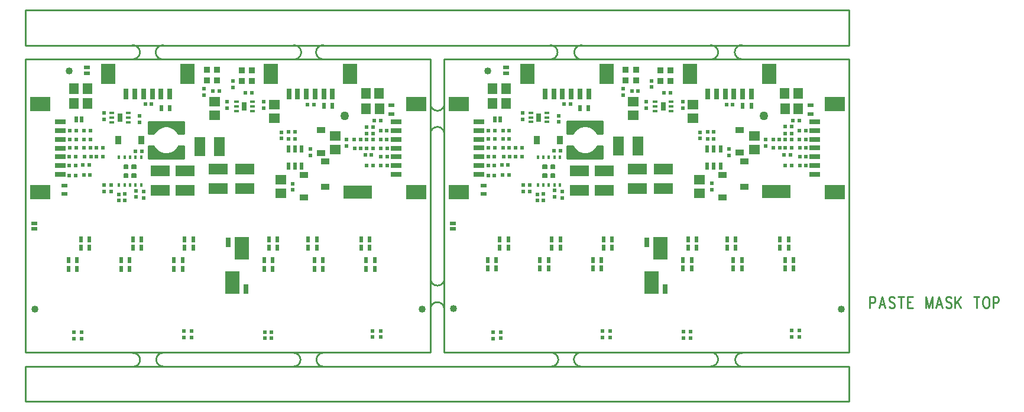
<source format=gbr>
*
%LPD*%
%LN2FOC-PMT*%
%FSLAX24Y24*%
%MOIN*%
%SRX1Y1I0.0J0.0*%
%AD*%
%ADD13C,0.010000*%
%ADD14C,0.006000*%
%ADD25R,0.024000X0.035000*%
%ADD26R,0.035000X0.024000*%
%ADD27C,0.040000*%
%ADD30R,0.021650X0.021650*%
%ADD31R,0.052000X0.060000*%
%ADD32R,0.160000X0.076000*%
%ADD33R,0.032000X0.032000*%
%ADD34R,0.079920X0.125200*%
%ADD35R,0.029920X0.055120*%
%ADD37R,0.060000X0.052000*%
%ADD38R,0.031500X0.011810*%
%ADD39R,0.029530X0.047240*%
%ADD40R,0.106000X0.063000*%
%ADD41R,0.063000X0.106000*%
%ADD42R,0.019690X0.019690*%
%ADD43R,0.048030X0.035830*%
%ADD44R,0.035830X0.048030*%
%ADD45R,0.051180X0.035430*%
%ADD46R,0.015750X0.023620*%
%ADD48R,0.020870X0.041340*%
%ADD49C,0.050000*%
%ADD50R,0.062990X0.027560*%
%ADD51R,0.118110X0.082680*%
%ADD52R,0.027560X0.062990*%
%ADD53R,0.082680X0.118110*%
%ADD56C,0.009130*%
G54D13*
G1X5689Y10087D2*
G1X28523Y10087D1*
G1X28523Y26622D1*
G1X5689Y26622D1*
G1X5689Y10087D1*
G1X11729Y26620D2*
G75*
G3X11730Y27420I17J400D1*
G74*
G1X13453Y27415D2*
G75*
G3X13452Y26615I-17J-400D1*
G74*
G1X20824Y26616D2*
G75*
G3X20825Y27416I17J400D1*
G74*
G1X22490Y27422D2*
G75*
G3X22489Y26622I-17J-400D1*
G74*
G1X11751Y9287D2*
G75*
G3X11752Y10064I16J388D1*
G74*
G1X13473Y10075D2*
G75*
G3X13472Y9296I-16J-390D1*
G74*
G1X20797Y9292D2*
G75*
G3X20797Y10068I15J388D1*
G74*
G1X22505Y10071D2*
G75*
G3X22504Y9292I-16J-390D1*
G74*
G1X29305Y12527D2*
G75*
G3X28529Y12528I-388J16D1*
G74*
G1X28530Y14263D2*
G75*
G3X29309Y14262I390J-16D1*
G74*
G1X5682Y29383D2*
G1X52139Y29383D1*
G1X52139Y27415D1*
G1X5682Y27415D1*
G1X5682Y29383D1*
G1X29304Y10092D2*
G1X52139Y10092D1*
G1X52139Y26627D1*
G1X29304Y26627D1*
G1X29304Y10092D1*
G1X5682Y9304D2*
G1X52139Y9304D1*
G1X52139Y7336D1*
G1X5682Y7336D1*
G1X5682Y9304D1*
G1X29304Y22409D2*
G75*
G3X28528Y22410I-388J16D1*
G74*
G1X28530Y24125D2*
G75*
G3X29309Y24124I390J-16D1*
G74*
G1X37050Y27414D2*
G75*
G3X37049Y26614I-17J-400D1*
G74*
G1X35278Y26617D2*
G75*
G3X35279Y27417I17J400D1*
G74*
G1X44328Y26617D2*
G75*
G3X44329Y27417I17J400D1*
G74*
G1X46098Y27426D2*
G75*
G3X46097Y26626I-17J-400D1*
G74*
G1X46114Y10066D2*
G75*
G3X46114Y9287I-16J-390D1*
G74*
G1X44341Y9311D2*
G75*
G3X44341Y10087I16J388D1*
G74*
G1X37019Y10085D2*
G75*
G3X37018Y9306I-16J-390D1*
G74*
G1X35329Y9303D2*
G75*
G3X35330Y10080I16J388D1*
G74*
G1X11909Y20467D2*
G54D14*
G1X11909Y20650D1*
G1X11707Y20650D1*
G1X11707Y20467D1*
G1X11909Y20467D1*
G1X11909Y19967D2*
G1X11909Y20150D1*
G1X11707Y20150D1*
G1X11707Y19967D1*
G1X11909Y19967D1*
G1X11459Y20467D2*
G1X11459Y20650D1*
G1X11257Y20650D1*
G1X11257Y20467D1*
G1X11459Y20467D1*
G1X11459Y19967D2*
G1X11459Y20150D1*
G1X11257Y20150D1*
G1X11257Y19967D1*
G1X11459Y19967D1*
G1X11756Y20467D2*
G1X11909Y20619D1*
G1X11833Y20467D2*
G1X11909Y20543D1*
G1X11707Y20494D2*
G1X11864Y20650D1*
G1X11707Y20570D2*
G1X11787Y20650D1*
G1X11707Y20647D2*
G1X11711Y20650D1*
G1X11756Y19967D2*
G1X11909Y20119D1*
G1X11833Y19967D2*
G1X11909Y20043D1*
G1X11707Y19994D2*
G1X11864Y20150D1*
G1X11707Y20070D2*
G1X11787Y20150D1*
G1X11707Y20147D2*
G1X11711Y20150D1*
G1X11306Y20467D2*
G1X11459Y20619D1*
G1X11383Y20467D2*
G1X11459Y20543D1*
G1X11257Y20494D2*
G1X11414Y20650D1*
G1X11257Y20570D2*
G1X11337Y20650D1*
G1X11257Y20647D2*
G1X11261Y20650D1*
G1X11306Y19967D2*
G1X11459Y20119D1*
G1X11383Y19967D2*
G1X11459Y20043D1*
G1X11257Y19994D2*
G1X11414Y20150D1*
G1X11257Y20070D2*
G1X11337Y20150D1*
G1X11257Y20147D2*
G1X11261Y20150D1*
G54D25*
G1X8858Y23236D3*
G1X8543Y23236D3*
G1X8606Y14811D3*
G1X8126Y14811D3*
G1X11559Y14811D3*
G1X11079Y14811D3*
G1X14551Y15284D3*
G1X14071Y15284D3*
G1X8819Y15992D3*
G1X9299Y15992D3*
G1X11748Y16473D3*
G1X12228Y16473D3*
G1X14661Y16473D3*
G1X15141Y16473D3*
G1X14661Y15992D3*
G1X15141Y15992D3*
G1X8606Y15284D3*
G1X8126Y15284D3*
G1X11559Y15284D3*
G1X11079Y15284D3*
G1X14551Y14811D3*
G1X14071Y14811D3*
G1X8819Y16473D3*
G1X9299Y16473D3*
G1X11748Y15992D3*
G1X12228Y15992D3*
G1X19629Y14811D3*
G1X19149Y14811D3*
G1X22464Y14811D3*
G1X21984Y14811D3*
G1X25378Y14811D3*
G1X24898Y14811D3*
G1X19425Y16465D3*
G1X19905Y16465D3*
G1X21630Y16465D3*
G1X22110Y16465D3*
G1X24622Y16465D3*
G1X25102Y16465D3*
G1X19425Y15992D3*
G1X19905Y15992D3*
G1X19629Y15284D3*
G1X19149Y15284D3*
G1X22464Y15284D3*
G1X21984Y15284D3*
G1X21630Y15992D3*
G1X22110Y15992D3*
G1X25378Y15284D3*
G1X24898Y15284D3*
G1X24622Y15992D3*
G1X25102Y15992D3*
G1X22996Y23984D3*
G1X22516Y23984D3*
G1X13822Y23866D3*
G1X13342Y23866D3*
G54D26*
G1X6181Y17055D3*
G1X6181Y17370D3*
G1X7893Y19500D3*
G1X7893Y19020D3*
G1X26338Y23538D3*
G1X26338Y24018D3*
G1X9173Y26150D3*
G1X9173Y25835D3*
G54D27*
G1X8149Y25953D3*
G1X28071Y12528D3*
G1X6220Y12547D3*
G54D30*
G1X9350Y22587D3*
G1X8996Y22587D3*
G1X9350Y21622D3*
G1X8996Y21622D3*
G1X9389Y21130D3*
G1X9035Y21130D3*
G1X9330Y20087D3*
G1X8976Y20087D3*
G1X8543Y22114D3*
G1X8189Y22114D3*
G1X8543Y21622D3*
G1X8189Y21622D3*
G1X8523Y21130D3*
G1X8169Y21130D3*
G1X8523Y20618D3*
G1X8169Y20618D3*
G1X9291Y20658D3*
G1X8937Y20658D3*
G1X9350Y22114D3*
G1X8996Y22114D3*
G1X8189Y22587D3*
G1X8543Y22587D3*
G1X8169Y20067D3*
G1X8523Y20067D3*
G1X24921Y22440D3*
G1X25275Y22440D3*
G1X24842Y21239D3*
G1X25197Y21239D3*
G1X26082Y20629D3*
G1X25728Y20629D3*
G1X24921Y22814D3*
G1X25275Y22814D3*
G1X9704Y21622D3*
G1X10059Y21622D3*
G1X24586Y22105D3*
G1X24232Y22105D3*
G1X25708Y22597D3*
G1X26063Y22597D3*
G1X25728Y21121D3*
G1X26082Y21121D3*
G1X25728Y21613D3*
G1X26082Y21613D3*
G1X25708Y22105D3*
G1X26063Y22105D3*
G1X25275Y20629D3*
G1X24921Y20629D3*
G1X25275Y21613D3*
G1X24921Y21613D3*
G1X25275Y22105D3*
G1X24921Y22105D3*
G1X25708Y23168D3*
G1X25354Y23168D3*
G1X9704Y21130D3*
G1X10059Y21130D3*
G1X24606Y21613D3*
G1X24252Y21613D3*
G1X17067Y23866D3*
G1X17067Y24221D3*
G1X17382Y25402D3*
G1X17382Y25047D3*
G1X18090Y24723D3*
G1X18445Y24723D3*
G1X15767Y24949D3*
G1X15767Y24595D3*
G1X16614Y24831D3*
G1X16260Y24831D3*
G1X12795Y24083D3*
G1X12441Y24083D3*
G1X21949Y24063D3*
G1X21594Y24063D3*
G1X14622Y11295D3*
G1X14622Y10941D3*
G1X8862Y10878D3*
G1X8862Y11232D3*
G1X15055Y10941D3*
G1X15055Y11295D3*
G1X23799Y22095D3*
G1X23799Y21740D3*
G1X20767Y19260D3*
G1X20767Y19614D3*
G1X25267Y11311D3*
G1X25267Y10957D3*
G1X19185Y11248D3*
G1X19185Y10894D3*
G1X25720Y10957D3*
G1X25720Y11311D3*
G1X19559Y10894D3*
G1X19559Y11248D3*
G1X19134Y23866D3*
G1X19134Y24221D3*
G1X12126Y23433D3*
G1X12126Y23079D3*
G1X10118Y23236D3*
G1X10118Y23591D3*
G1X11279Y18669D3*
G1X11279Y19024D3*
G1X12244Y21445D3*
G1X11889Y21445D3*
G1X11913Y19213D3*
G1X11913Y18858D3*
G1X10945Y18650D3*
G1X10945Y19004D3*
G1X10138Y19516D3*
G1X10138Y19162D3*
G1X10512Y19516D3*
G1X10512Y19162D3*
G1X12342Y19162D3*
G1X12342Y18807D3*
G1X21752Y21209D3*
G1X21752Y21563D3*
G1X8433Y11229D3*
G1X8433Y10874D3*
G1X20531Y22528D3*
G1X20886Y22528D3*
G1X20118Y22154D3*
G1X20118Y22508D3*
G1X20531Y22134D3*
G1X20886Y22134D3*
G54D31*
G1X8419Y24122D3*
G1X9179Y24122D3*
G1X25636Y24684D3*
G1X24876Y24684D3*
G1X25655Y23837D3*
G1X24895Y23837D3*
G1X8419Y24969D3*
G1X9179Y24969D3*
G54D32*
G1X24409Y19146D3*
G54D33*
G1X18445Y25997D3*
G1X18445Y25397D3*
G1X17874Y25397D3*
G1X17874Y25997D3*
G1X16496Y26036D3*
G1X16496Y25436D3*
G1X15925Y25436D3*
G1X15925Y26036D3*
G54D34*
G1X17371Y14018D3*
G1X17891Y15958D3*
G54D35*
G1X18140Y13666D3*
G1X17121Y16310D3*
G54D37*
G1X16358Y23467D3*
G1X16358Y24227D3*
G1X19724Y23309D3*
G1X19724Y24069D3*
G1X20078Y19057D3*
G1X20078Y19817D3*
G1X23169Y22297D3*
G1X23169Y21537D3*
G54D38*
G1X17578Y24221D3*
G1X17578Y23965D3*
G1X17578Y23709D3*
G1X18484Y23709D3*
G1X18484Y23965D3*
G1X18484Y24221D3*
G1X10571Y23591D3*
G1X10571Y23335D3*
G1X10571Y23079D3*
G1X11476Y23079D3*
G1X11476Y23335D3*
G1X11476Y23591D3*
G54D39*
G1X18031Y23965D3*
G1X11023Y23335D3*
G54D40*
G1X13307Y20341D3*
G1X13307Y19241D3*
G1X18043Y19340D3*
G1X18043Y20440D3*
G1X16567Y19320D3*
G1X16567Y20420D3*
G1X14704Y19241D3*
G1X14704Y20341D3*
G54D41*
G1X15513Y21711D3*
G1X16613Y21711D3*
G54D42*
G1X13622Y21169D3*
G1X13622Y22980D3*
G54D43*
G1X21378Y18817D3*
G1X21378Y20105D3*
G1X22342Y21347D3*
G1X22342Y22634D3*
G54D44*
G1X10925Y22075D3*
G1X12212Y22075D3*
G54D45*
G1X22598Y19437D3*
G1X22598Y20854D3*
G54D46*
G1X12218Y21099D3*
G1X11903Y21099D3*
G1X11588Y21099D3*
G1X11274Y21099D3*
G1X10959Y21099D3*
G1X10959Y19524D3*
G1X11274Y19524D3*
G1X11588Y19524D3*
G1X11903Y19524D3*
G1X12218Y19524D3*
G54D48*
G1X21260Y21573D3*
G1X20886Y21573D3*
G1X20512Y21573D3*
G1X20512Y20608D3*
G1X20886Y20608D3*
G1X21260Y20608D3*
G54D49*
G1X23700Y23424D3*
G54D50*
G1X26575Y20136D3*
G1X26575Y20628D3*
G1X26575Y21120D3*
G1X26575Y21612D3*
G1X26575Y22104D3*
G1X26575Y22597D3*
G1X26575Y23089D3*
G1X7657Y23089D3*
G1X7657Y22597D3*
G1X7657Y22104D3*
G1X7657Y21612D3*
G1X7657Y21120D3*
G1X7657Y20628D3*
G1X7657Y20136D3*
G54D51*
G1X27716Y24093D3*
G1X27716Y19132D3*
G1X6515Y19132D3*
G1X6515Y24093D3*
G54D52*
G1X13828Y24654D3*
G1X13336Y24654D3*
G1X12844Y24654D3*
G1X12352Y24654D3*
G1X11860Y24654D3*
G1X11368Y24654D3*
G1X23002Y24654D3*
G1X22510Y24654D3*
G1X22017Y24654D3*
G1X21525Y24654D3*
G1X21033Y24654D3*
G1X20541Y24654D3*
G54D53*
G1X14832Y25795D3*
G1X10364Y25795D3*
G1X24006Y25795D3*
G1X19537Y25795D3*
G1X12624Y21038D2*
G54D56*
G1X14619Y21038D1*
G1X14619Y21734D1*
G1X14317Y21734D1*
G1X14312Y21719D1*
G1X14273Y21644D1*
G1X14164Y21512D1*
G1X14028Y21408D1*
G1X13874Y21336D1*
G1X13707Y21299D1*
G1X13536Y21299D1*
G1X13370Y21336D1*
G1X13215Y21408D1*
G1X13080Y21512D1*
G1X12971Y21644D1*
G1X12932Y21719D1*
G1X12927Y21734D1*
G1X12624Y21734D1*
G1X12624Y21038D1*
G1X12663Y21038D2*
G1X12663Y21734D1*
G1X12709Y21038D2*
G1X12709Y21734D1*
G1X12754Y21038D2*
G1X12754Y21734D1*
G1X12800Y21038D2*
G1X12800Y21734D1*
G1X12846Y21038D2*
G1X12846Y21734D1*
G1X12891Y21038D2*
G1X12891Y21734D1*
G1X12937Y21038D2*
G1X12937Y21709D1*
G1X12983Y21038D2*
G1X12983Y21629D1*
G1X13028Y21038D2*
G1X13028Y21574D1*
G1X13074Y21038D2*
G1X13074Y21520D1*
G1X13120Y21038D2*
G1X13120Y21482D1*
G1X13165Y21038D2*
G1X13165Y21447D1*
G1X13211Y21038D2*
G1X13211Y21411D1*
G1X13257Y21038D2*
G1X13257Y21389D1*
G1X13302Y21038D2*
G1X13302Y21367D1*
G1X13348Y21038D2*
G1X13348Y21346D1*
G1X13394Y21038D2*
G1X13394Y21330D1*
G1X13439Y21038D2*
G1X13439Y21320D1*
G1X13485Y21038D2*
G1X13485Y21310D1*
G1X13530Y21038D2*
G1X13530Y21300D1*
G1X13576Y21038D2*
G1X13576Y21299D1*
G1X13622Y21038D2*
G1X13622Y21299D1*
G1X13667Y21038D2*
G1X13667Y21299D1*
G1X13713Y21038D2*
G1X13713Y21300D1*
G1X13759Y21038D2*
G1X13759Y21310D1*
G1X13804Y21038D2*
G1X13804Y21320D1*
G1X13850Y21038D2*
G1X13850Y21330D1*
G1X13896Y21038D2*
G1X13896Y21346D1*
G1X13941Y21038D2*
G1X13941Y21367D1*
G1X13987Y21038D2*
G1X13987Y21389D1*
G1X14033Y21038D2*
G1X14033Y21411D1*
G1X14078Y21038D2*
G1X14078Y21447D1*
G1X14124Y21038D2*
G1X14124Y21482D1*
G1X14170Y21038D2*
G1X14170Y21520D1*
G1X14215Y21038D2*
G1X14215Y21574D1*
G1X14261Y21038D2*
G1X14261Y21629D1*
G1X14307Y21038D2*
G1X14307Y21709D1*
G1X14352Y21038D2*
G1X14352Y21734D1*
G1X14398Y21038D2*
G1X14398Y21734D1*
G1X14443Y21038D2*
G1X14443Y21734D1*
G1X14489Y21038D2*
G1X14489Y21734D1*
G1X14535Y21038D2*
G1X14535Y21734D1*
G1X14580Y21038D2*
G1X14580Y21734D1*
G1X12624Y22416D2*
G1X12927Y22416D1*
G1X12932Y22430D1*
G1X12971Y22506D1*
G1X13080Y22638D1*
G1X13215Y22742D1*
G1X13370Y22814D1*
G1X13536Y22851D1*
G1X13707Y22851D1*
G1X13874Y22814D1*
G1X14028Y22742D1*
G1X14164Y22638D1*
G1X14273Y22506D1*
G1X14312Y22430D1*
G1X14317Y22416D1*
G1X14619Y22416D1*
G1X14619Y23112D1*
G1X12624Y23112D1*
G1X12624Y22416D1*
G1X12663Y22416D2*
G1X12663Y23112D1*
G1X12709Y22416D2*
G1X12709Y23112D1*
G1X12754Y22416D2*
G1X12754Y23112D1*
G1X12800Y22416D2*
G1X12800Y23112D1*
G1X12846Y22416D2*
G1X12846Y23112D1*
G1X12891Y22416D2*
G1X12891Y23112D1*
G1X12937Y22441D2*
G1X12937Y23112D1*
G1X12983Y22521D2*
G1X12983Y23112D1*
G1X13028Y22576D2*
G1X13028Y23112D1*
G1X13074Y22630D2*
G1X13074Y23112D1*
G1X13120Y22668D2*
G1X13120Y23112D1*
G1X13165Y22703D2*
G1X13165Y23112D1*
G1X13211Y22739D2*
G1X13211Y23112D1*
G1X13257Y22761D2*
G1X13257Y23112D1*
G1X13302Y22783D2*
G1X13302Y23112D1*
G1X13348Y22804D2*
G1X13348Y23112D1*
G1X13394Y22820D2*
G1X13394Y23112D1*
G1X13439Y22830D2*
G1X13439Y23112D1*
G1X13485Y22840D2*
G1X13485Y23112D1*
G1X13530Y22850D2*
G1X13530Y23112D1*
G1X13576Y22851D2*
G1X13576Y23112D1*
G1X13622Y22851D2*
G1X13622Y23112D1*
G1X13667Y22851D2*
G1X13667Y23112D1*
G1X13713Y22850D2*
G1X13713Y23112D1*
G1X13759Y22840D2*
G1X13759Y23112D1*
G1X13804Y22830D2*
G1X13804Y23112D1*
G1X13850Y22820D2*
G1X13850Y23112D1*
G1X13896Y22804D2*
G1X13896Y23112D1*
G1X13941Y22783D2*
G1X13941Y23112D1*
G1X13987Y22761D2*
G1X13987Y23112D1*
G1X14033Y22739D2*
G1X14033Y23112D1*
G1X14078Y22703D2*
G1X14078Y23112D1*
G1X14124Y22668D2*
G1X14124Y23112D1*
G1X14170Y22630D2*
G1X14170Y23112D1*
G1X14215Y22576D2*
G1X14215Y23112D1*
G1X14261Y22521D2*
G1X14261Y23112D1*
G1X14307Y22441D2*
G1X14307Y23112D1*
G1X14352Y22416D2*
G1X14352Y23112D1*
G1X14398Y22416D2*
G1X14398Y23112D1*
G1X14443Y22416D2*
G1X14443Y23112D1*
G1X14489Y22416D2*
G1X14489Y23112D1*
G1X14535Y22416D2*
G1X14535Y23112D1*
G1X14580Y22416D2*
G1X14580Y23112D1*
G1X53287Y13243D2*
G54D13*
G1X53287Y12587D1*
G1X53287Y13243D2*
G1X53491Y13243D1*
G1X53559Y13212D1*
G1X53582Y13181D1*
G1X53605Y13118D1*
G1X53605Y13024D1*
G1X53582Y12962D1*
G1X53559Y12931D1*
G1X53491Y12899D1*
G1X53287Y12899D1*
G1X53991Y13243D2*
G1X53809Y12587D1*
G1X53991Y13243D2*
G1X54173Y12587D1*
G1X53878Y12806D2*
G1X54105Y12806D1*
G1X54696Y13149D2*
G1X54650Y13212D1*
G1X54582Y13243D1*
G1X54491Y13243D1*
G1X54423Y13212D1*
G1X54378Y13149D1*
G1X54378Y13087D1*
G1X54400Y13024D1*
G1X54423Y12993D1*
G1X54469Y12962D1*
G1X54605Y12899D1*
G1X54650Y12868D1*
G1X54673Y12837D1*
G1X54696Y12774D1*
G1X54696Y12681D1*
G1X54650Y12618D1*
G1X54582Y12587D1*
G1X54491Y12587D1*
G1X54423Y12618D1*
G1X54378Y12681D1*
G1X55059Y13243D2*
G1X55059Y12587D1*
G1X54900Y13243D2*
G1X55219Y13243D1*
G1X55423Y13243D2*
G1X55423Y12587D1*
G1X55423Y13243D2*
G1X55719Y13243D1*
G1X55423Y12931D2*
G1X55605Y12931D1*
G1X55423Y12587D2*
G1X55719Y12587D1*
G1X56446Y13243D2*
G1X56446Y12587D1*
G1X56446Y13243D2*
G1X56628Y12587D1*
G1X56809Y13243D1*
G1X56809Y12587D1*
G1X57196Y13243D2*
G1X57014Y12587D1*
G1X57196Y13243D2*
G1X57378Y12587D1*
G1X57082Y12806D2*
G1X57309Y12806D1*
G1X57900Y13149D2*
G1X57855Y13212D1*
G1X57787Y13243D1*
G1X57696Y13243D1*
G1X57628Y13212D1*
G1X57582Y13149D1*
G1X57582Y13087D1*
G1X57605Y13024D1*
G1X57628Y12993D1*
G1X57673Y12962D1*
G1X57809Y12899D1*
G1X57855Y12868D1*
G1X57878Y12837D1*
G1X57900Y12774D1*
G1X57900Y12681D1*
G1X57855Y12618D1*
G1X57787Y12587D1*
G1X57696Y12587D1*
G1X57628Y12618D1*
G1X57582Y12681D1*
G1X58105Y13243D2*
G1X58105Y12587D1*
G1X58423Y13243D2*
G1X58105Y12806D1*
G1X58219Y12962D2*
G1X58423Y12587D1*
G1X59309Y13243D2*
G1X59309Y12587D1*
G1X59150Y13243D2*
G1X59469Y13243D1*
G1X59809Y13243D2*
G1X59764Y13212D1*
G1X59719Y13149D1*
G1X59696Y13087D1*
G1X59673Y12993D1*
G1X59673Y12837D1*
G1X59696Y12743D1*
G1X59719Y12681D1*
G1X59764Y12618D1*
G1X59809Y12587D1*
G1X59900Y12587D1*
G1X59946Y12618D1*
G1X59991Y12681D1*
G1X60014Y12743D1*
G1X60037Y12837D1*
G1X60037Y12993D1*
G1X60014Y13087D1*
G1X59991Y13149D1*
G1X59946Y13212D1*
G1X59900Y13243D1*
G1X59809Y13243D1*
G1X60241Y13243D2*
G1X60241Y12587D1*
G1X60241Y13243D2*
G1X60446Y13243D1*
G1X60514Y13212D1*
G1X60537Y13181D1*
G1X60559Y13118D1*
G1X60559Y13024D1*
G1X60537Y12962D1*
G1X60514Y12931D1*
G1X60446Y12899D1*
G1X60241Y12899D1*
G1X29304Y10092D2*
G1X52139Y10092D1*
G1X52139Y26628D1*
G1X29304Y26628D1*
G1X29304Y10092D1*
G1X35524Y20472D2*
G54D14*
G1X35524Y20656D1*
G1X35322Y20656D1*
G1X35322Y20472D1*
G1X35524Y20472D1*
G1X35524Y19972D2*
G1X35524Y20156D1*
G1X35322Y20156D1*
G1X35322Y19972D1*
G1X35524Y19972D1*
G1X35074Y20472D2*
G1X35074Y20656D1*
G1X34872Y20656D1*
G1X34872Y20472D1*
G1X35074Y20472D1*
G1X35074Y19972D2*
G1X35074Y20156D1*
G1X34872Y20156D1*
G1X34872Y19972D1*
G1X35074Y19972D1*
G1X35372Y20472D2*
G1X35524Y20625D1*
G1X35448Y20472D2*
G1X35524Y20548D1*
G1X35322Y20499D2*
G1X35479Y20656D1*
G1X35322Y20576D2*
G1X35403Y20656D1*
G1X35322Y20652D2*
G1X35326Y20656D1*
G1X35372Y19972D2*
G1X35524Y20125D1*
G1X35448Y19972D2*
G1X35524Y20048D1*
G1X35322Y19999D2*
G1X35479Y20156D1*
G1X35322Y20076D2*
G1X35403Y20156D1*
G1X35322Y20152D2*
G1X35326Y20156D1*
G1X34922Y20472D2*
G1X35074Y20625D1*
G1X34998Y20472D2*
G1X35074Y20548D1*
G1X34872Y20499D2*
G1X35029Y20656D1*
G1X34872Y20576D2*
G1X34953Y20656D1*
G1X34872Y20652D2*
G1X34876Y20656D1*
G1X34922Y19972D2*
G1X35074Y20125D1*
G1X34998Y19972D2*
G1X35074Y20048D1*
G1X34872Y19999D2*
G1X35029Y20156D1*
G1X34872Y20076D2*
G1X34953Y20156D1*
G1X34872Y20152D2*
G1X34876Y20156D1*
G54D25*
G1X32473Y23242D3*
G1X32158Y23242D3*
G1X32221Y14817D3*
G1X31741Y14817D3*
G1X35174Y14817D3*
G1X34694Y14817D3*
G1X38166Y15289D3*
G1X37686Y15289D3*
G1X32434Y15998D3*
G1X32914Y15998D3*
G1X35363Y16478D3*
G1X35843Y16478D3*
G1X38277Y16478D3*
G1X38757Y16478D3*
G1X38277Y15998D3*
G1X38757Y15998D3*
G1X32221Y15289D3*
G1X31741Y15289D3*
G1X35174Y15289D3*
G1X34694Y15289D3*
G1X38166Y14817D3*
G1X37686Y14817D3*
G1X32434Y16478D3*
G1X32914Y16478D3*
G1X35363Y15998D3*
G1X35843Y15998D3*
G1X43245Y14817D3*
G1X42765Y14817D3*
G1X46080Y14817D3*
G1X45600Y14817D3*
G1X48993Y14817D3*
G1X48513Y14817D3*
G1X43041Y16470D3*
G1X43521Y16470D3*
G1X45245Y16470D3*
G1X45725Y16470D3*
G1X48237Y16470D3*
G1X48717Y16470D3*
G1X43041Y15998D3*
G1X43521Y15998D3*
G1X43245Y15289D3*
G1X42765Y15289D3*
G1X46080Y15289D3*
G1X45600Y15289D3*
G1X45245Y15998D3*
G1X45725Y15998D3*
G1X48993Y15289D3*
G1X48513Y15289D3*
G1X48237Y15998D3*
G1X48717Y15998D3*
G1X46611Y23990D3*
G1X46131Y23990D3*
G1X37438Y23872D3*
G1X36958Y23872D3*
G54D26*
G1X29796Y17061D3*
G1X29796Y17376D3*
G1X31509Y19505D3*
G1X31509Y19025D3*
G1X49954Y23544D3*
G1X49954Y24024D3*
G1X32788Y26155D3*
G1X32788Y25840D3*
G54D27*
G1X31765Y25958D3*
G1X51686Y12533D3*
G1X29836Y12553D3*
G54D30*
G1X32966Y22592D3*
G1X32611Y22592D3*
G1X32966Y21628D3*
G1X32611Y21628D3*
G1X33005Y21135D3*
G1X32651Y21135D3*
G1X32946Y20092D3*
G1X32592Y20092D3*
G1X32159Y22120D3*
G1X31804Y22120D3*
G1X32159Y21628D3*
G1X31804Y21628D3*
G1X32139Y21135D3*
G1X31785Y21135D3*
G1X32139Y20624D3*
G1X31785Y20624D3*
G1X32907Y20663D3*
G1X32552Y20663D3*
G1X32966Y22120D3*
G1X32611Y22120D3*
G1X31804Y22592D3*
G1X32159Y22592D3*
G1X31785Y20072D3*
G1X32139Y20072D3*
G1X48536Y22445D3*
G1X48891Y22445D3*
G1X48458Y21244D3*
G1X48812Y21244D3*
G1X49698Y20634D3*
G1X49344Y20634D3*
G1X48536Y22819D3*
G1X48891Y22819D3*
G1X33320Y21628D3*
G1X33674Y21628D3*
G1X48202Y22110D3*
G1X47847Y22110D3*
G1X49324Y22602D3*
G1X49678Y22602D3*
G1X49344Y21126D3*
G1X49698Y21126D3*
G1X49344Y21618D3*
G1X49698Y21618D3*
G1X49324Y22110D3*
G1X49678Y22110D3*
G1X48891Y20634D3*
G1X48536Y20634D3*
G1X48891Y21618D3*
G1X48536Y21618D3*
G1X48891Y22110D3*
G1X48536Y22110D3*
G1X49324Y23173D3*
G1X48970Y23173D3*
G1X33320Y21135D3*
G1X33674Y21135D3*
G1X48222Y21618D3*
G1X47867Y21618D3*
G1X40682Y23872D3*
G1X40682Y24226D3*
G1X40997Y25407D3*
G1X40997Y25053D3*
G1X41706Y24728D3*
G1X42060Y24728D3*
G1X39383Y24954D3*
G1X39383Y24600D3*
G1X40229Y24836D3*
G1X39875Y24836D3*
G1X36410Y24088D3*
G1X36056Y24088D3*
G1X45564Y24069D3*
G1X45210Y24069D3*
G1X38237Y11301D3*
G1X38237Y10947D3*
G1X32477Y10884D3*
G1X32477Y11238D3*
G1X38670Y10947D3*
G1X38670Y11301D3*
G1X47414Y22100D3*
G1X47414Y21746D3*
G1X44383Y19265D3*
G1X44383Y19620D3*
G1X48883Y11317D3*
G1X48883Y10962D3*
G1X42800Y11254D3*
G1X42800Y10899D3*
G1X49336Y10962D3*
G1X49336Y11317D3*
G1X43174Y10899D3*
G1X43174Y11254D3*
G1X42749Y23872D3*
G1X42749Y24226D3*
G1X35741Y23439D3*
G1X35741Y23084D3*
G1X33733Y23242D3*
G1X33733Y23596D3*
G1X34895Y18675D3*
G1X34895Y19029D3*
G1X35859Y21450D3*
G1X35505Y21450D3*
G1X35529Y19218D3*
G1X35529Y18864D3*
G1X34560Y18655D3*
G1X34560Y19009D3*
G1X33753Y19521D3*
G1X33753Y19167D3*
G1X34127Y19521D3*
G1X34127Y19167D3*
G1X35958Y19167D3*
G1X35958Y18813D3*
G1X45367Y21214D3*
G1X45367Y21569D3*
G1X32048Y11234D3*
G1X32048Y10880D3*
G1X44147Y22533D3*
G1X44501Y22533D3*
G1X43733Y22159D3*
G1X43733Y22513D3*
G1X44147Y22139D3*
G1X44501Y22139D3*
G54D31*
G1X32034Y24128D3*
G1X32794Y24128D3*
G1X49251Y24689D3*
G1X48491Y24689D3*
G1X49271Y23843D3*
G1X48511Y23843D3*
G1X32034Y24974D3*
G1X32794Y24974D3*
G54D32*
G1X48025Y19151D3*
G54D33*
G1X42060Y26002D3*
G1X42060Y25402D3*
G1X41489Y25402D3*
G1X41489Y26002D3*
G1X40111Y26042D3*
G1X40111Y25442D3*
G1X39540Y25442D3*
G1X39540Y26042D3*
G54D34*
G1X40986Y14024D3*
G1X41507Y15963D3*
G54D35*
G1X41756Y13671D3*
G1X40736Y16315D3*
G54D37*
G1X39973Y23472D3*
G1X39973Y24232D3*
G1X43340Y23315D3*
G1X43340Y24075D3*
G1X43694Y19063D3*
G1X43694Y19823D3*
G1X46785Y22303D3*
G1X46785Y21543D3*
G54D38*
G1X41194Y24226D3*
G1X41194Y23970D3*
G1X41194Y23714D3*
G1X42099Y23714D3*
G1X42099Y23970D3*
G1X42099Y24226D3*
G1X34186Y23596D3*
G1X34186Y23340D3*
G1X34186Y23084D3*
G1X35092Y23084D3*
G1X35092Y23340D3*
G1X35092Y23596D3*
G54D39*
G1X41647Y23970D3*
G1X34639Y23340D3*
G54D40*
G1X36922Y20347D3*
G1X36922Y19247D3*
G1X41659Y19345D3*
G1X41659Y20445D3*
G1X40182Y19326D3*
G1X40182Y20426D3*
G1X38320Y19247D3*
G1X38320Y20347D3*
G54D41*
G1X39128Y21717D3*
G1X40228Y21717D3*
G54D42*
G1X37237Y21175D3*
G1X37237Y22986D3*
G54D43*
G1X44993Y18823D3*
G1X44993Y20110D3*
G1X45958Y21352D3*
G1X45958Y22639D3*
G54D44*
G1X34540Y22080D3*
G1X35828Y22080D3*
G54D45*
G1X46214Y19443D3*
G1X46214Y20860D3*
G54D46*
G1X35834Y21104D3*
G1X35519Y21104D3*
G1X35204Y21104D3*
G1X34889Y21104D3*
G1X34574Y21104D3*
G1X34574Y19529D3*
G1X34889Y19529D3*
G1X35204Y19529D3*
G1X35519Y19529D3*
G1X35834Y19529D3*
G54D48*
G1X44875Y21578D3*
G1X44501Y21578D3*
G1X44127Y21578D3*
G1X44127Y20614D3*
G1X44501Y20614D3*
G1X44875Y20614D3*
G54D49*
G1X47316Y23429D3*
G54D50*
G1X50190Y20141D3*
G1X50190Y20634D3*
G1X50190Y21126D3*
G1X50190Y21618D3*
G1X50190Y22110D3*
G1X50190Y22602D3*
G1X50190Y23094D3*
G1X31273Y23094D3*
G1X31273Y22602D3*
G1X31273Y22110D3*
G1X31273Y21618D3*
G1X31273Y21126D3*
G1X31273Y20634D3*
G1X31273Y20141D3*
G54D51*
G1X51332Y24098D3*
G1X51332Y19137D3*
G1X30131Y19137D3*
G1X30131Y24098D3*
G54D52*
G1X37444Y24659D3*
G1X36952Y24659D3*
G1X36460Y24659D3*
G1X35968Y24659D3*
G1X35475Y24659D3*
G1X34983Y24659D3*
G1X46617Y24659D3*
G1X46125Y24659D3*
G1X45633Y24659D3*
G1X45141Y24659D3*
G1X44649Y24659D3*
G1X44157Y24659D3*
G54D53*
G1X38448Y25801D3*
G1X33979Y25801D3*
G1X47621Y25801D3*
G1X43153Y25801D3*
G1X36240Y21043D2*
G54D56*
G1X38235Y21043D1*
G1X38235Y21739D1*
G1X37932Y21739D1*
G1X37927Y21725D1*
G1X37888Y21649D1*
G1X37779Y21518D1*
G1X37644Y21414D1*
G1X37489Y21341D1*
G1X37323Y21304D1*
G1X37152Y21304D1*
G1X36985Y21341D1*
G1X36831Y21414D1*
G1X36695Y21518D1*
G1X36586Y21649D1*
G1X36547Y21725D1*
G1X36542Y21739D1*
G1X36240Y21739D1*
G1X36240Y21043D1*
G1X36279Y21043D2*
G1X36279Y21739D1*
G1X36324Y21043D2*
G1X36324Y21739D1*
G1X36370Y21043D2*
G1X36370Y21739D1*
G1X36416Y21043D2*
G1X36416Y21739D1*
G1X36461Y21043D2*
G1X36461Y21739D1*
G1X36507Y21043D2*
G1X36507Y21739D1*
G1X36553Y21043D2*
G1X36553Y21714D1*
G1X36598Y21043D2*
G1X36598Y21635D1*
G1X36644Y21043D2*
G1X36644Y21580D1*
G1X36689Y21043D2*
G1X36689Y21525D1*
G1X36735Y21043D2*
G1X36735Y21487D1*
G1X36781Y21043D2*
G1X36781Y21452D1*
G1X36826Y21043D2*
G1X36826Y21417D1*
G1X36872Y21043D2*
G1X36872Y21394D1*
G1X36918Y21043D2*
G1X36918Y21373D1*
G1X36963Y21043D2*
G1X36963Y21351D1*
G1X37009Y21043D2*
G1X37009Y21336D1*
G1X37055Y21043D2*
G1X37055Y21326D1*
G1X37100Y21043D2*
G1X37100Y21315D1*
G1X37146Y21043D2*
G1X37146Y21305D1*
G1X37192Y21043D2*
G1X37192Y21304D1*
G1X37237Y21043D2*
G1X37237Y21304D1*
G1X37283Y21043D2*
G1X37283Y21304D1*
G1X37329Y21043D2*
G1X37329Y21305D1*
G1X37374Y21043D2*
G1X37374Y21315D1*
G1X37420Y21043D2*
G1X37420Y21326D1*
G1X37466Y21043D2*
G1X37466Y21336D1*
G1X37511Y21043D2*
G1X37511Y21351D1*
G1X37557Y21043D2*
G1X37557Y21373D1*
G1X37602Y21043D2*
G1X37602Y21394D1*
G1X37648Y21043D2*
G1X37648Y21417D1*
G1X37694Y21043D2*
G1X37694Y21452D1*
G1X37739Y21043D2*
G1X37739Y21487D1*
G1X37785Y21043D2*
G1X37785Y21525D1*
G1X37831Y21043D2*
G1X37831Y21580D1*
G1X37876Y21043D2*
G1X37876Y21635D1*
G1X37922Y21043D2*
G1X37922Y21714D1*
G1X37968Y21043D2*
G1X37968Y21739D1*
G1X38013Y21043D2*
G1X38013Y21739D1*
G1X38059Y21043D2*
G1X38059Y21739D1*
G1X38105Y21043D2*
G1X38105Y21739D1*
G1X38150Y21043D2*
G1X38150Y21739D1*
G1X38196Y21043D2*
G1X38196Y21739D1*
G1X36240Y22421D2*
G1X36542Y22421D1*
G1X36547Y22436D1*
G1X36586Y22512D1*
G1X36695Y22643D1*
G1X36831Y22747D1*
G1X36985Y22820D1*
G1X37152Y22857D1*
G1X37323Y22857D1*
G1X37489Y22820D1*
G1X37644Y22747D1*
G1X37779Y22643D1*
G1X37888Y22512D1*
G1X37927Y22436D1*
G1X37932Y22421D1*
G1X38235Y22421D1*
G1X38235Y23117D1*
G1X36240Y23117D1*
G1X36240Y22421D1*
G1X36279Y22421D2*
G1X36279Y23117D1*
G1X36324Y22421D2*
G1X36324Y23117D1*
G1X36370Y22421D2*
G1X36370Y23117D1*
G1X36416Y22421D2*
G1X36416Y23117D1*
G1X36461Y22421D2*
G1X36461Y23117D1*
G1X36507Y22421D2*
G1X36507Y23117D1*
G1X36553Y22446D2*
G1X36553Y23117D1*
G1X36598Y22526D2*
G1X36598Y23117D1*
G1X36644Y22581D2*
G1X36644Y23117D1*
G1X36689Y22636D2*
G1X36689Y23117D1*
G1X36735Y22674D2*
G1X36735Y23117D1*
G1X36781Y22709D2*
G1X36781Y23117D1*
G1X36826Y22744D2*
G1X36826Y23117D1*
G1X36872Y22767D2*
G1X36872Y23117D1*
G1X36918Y22788D2*
G1X36918Y23117D1*
G1X36963Y22809D2*
G1X36963Y23117D1*
G1X37009Y22825D2*
G1X37009Y23117D1*
G1X37055Y22835D2*
G1X37055Y23117D1*
G1X37100Y22845D2*
G1X37100Y23117D1*
G1X37146Y22855D2*
G1X37146Y23117D1*
G1X37192Y22857D2*
G1X37192Y23117D1*
G1X37237Y22857D2*
G1X37237Y23117D1*
G1X37283Y22857D2*
G1X37283Y23117D1*
G1X37329Y22855D2*
G1X37329Y23117D1*
G1X37374Y22845D2*
G1X37374Y23117D1*
G1X37420Y22835D2*
G1X37420Y23117D1*
G1X37466Y22825D2*
G1X37466Y23117D1*
G1X37511Y22809D2*
G1X37511Y23117D1*
G1X37557Y22788D2*
G1X37557Y23117D1*
G1X37602Y22767D2*
G1X37602Y23117D1*
G1X37648Y22744D2*
G1X37648Y23117D1*
G1X37694Y22709D2*
G1X37694Y23117D1*
G1X37739Y22674D2*
G1X37739Y23117D1*
G1X37785Y22636D2*
G1X37785Y23117D1*
G1X37831Y22581D2*
G1X37831Y23117D1*
G1X37876Y22526D2*
G1X37876Y23117D1*
G1X37922Y22446D2*
G1X37922Y23117D1*
G1X37968Y22421D2*
G1X37968Y23117D1*
G1X38013Y22421D2*
G1X38013Y23117D1*
G1X38059Y22421D2*
G1X38059Y23117D1*
G1X38105Y22421D2*
G1X38105Y23117D1*
G1X38150Y22421D2*
G1X38150Y23117D1*
G1X38196Y22421D2*
G1X38196Y23117D1*
M2*

</source>
